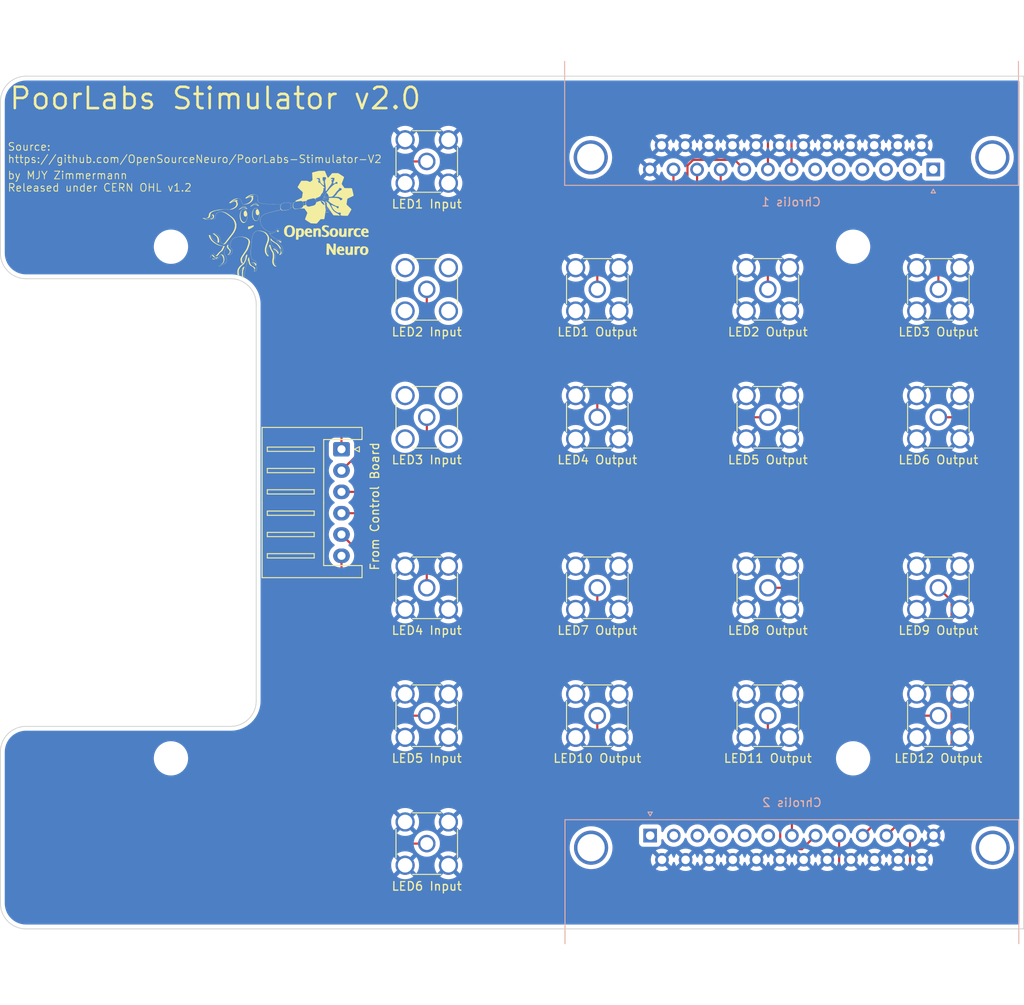
<source format=kicad_pcb>
(kicad_pcb (version 20211014) (generator pcbnew)
  (layers (0 "F.Cu" signal) (31 "B.Cu" signal) (34 "B.Paste" user) (35 "F.Paste" user) (36 "B.SilkS" user "B.Silkscreen") (37 "F.SilkS" user "F.Silkscreen") (38 "B.Mask" user) (39 "F.Mask" user) (44 "Edge.Cuts" user))
  (net 0 "")
  (net 1 "GNDREF")
  (net 4 "Net-(J21-Pad3)")
  (net 5 "Net-(J21-Pad4)")
  (net 6 "Net-(J21-Pad5)")
  (net 7 "Net-(J10-Pad1)")
  (net 8 "Net-(J11-Pad1)")
  (net 9 "Net-(J12-Pad1)")
  (net 10 "Net-(J13-Pad1)")
  (net 11 "Net-(J14-Pad1)")
  (net 12 "Net-(J15-Pad1)")
  (net 13 "Net-(J16-Pad1)")
  (net 14 "Net-(J17-Pad1)")
  (net 15 "Net-(J18-Pad1)")
  (net 28 "Net-(J1-Pad1)")
  (net 29 "Net-(J2-Pad1)")
  (net 30 "Net-(J21-Pad6)")
  (net 31 "Net-(J19-Pad7)")
  (net 32 "Net-(J19-Pad8)")
  (net 33 "Net-(J19-Pad9)")
  (footprint "Connector_Coaxial:SMA_Amphenol_132291_Vertical" (layer "F.Cu") (at 99.95 60.35)
    (fp_text reference "J1")
    (fp_text value "LED1 Input" (at 0 5) (layer "F.SilkS"))
    (pad "1" thru_hole circle (at 0 0) (size 2.05 2.05) (drill 1.5) (layers *.Cu *.Mask) (net 28 "Net-(J1-Pad1)"))
    (pad "2" thru_hole circle (at -2.54 -2.54) (size 2.25 2.25) (drill 1.7) (layers *.Cu *.Mask) (net 1 "GNDREF"))
    (pad "2" thru_hole circle (at -2.54 2.54) (size 2.25 2.25) (drill 1.7) (layers *.Cu *.Mask) (net 1 "GNDREF"))
    (pad "2" thru_hole circle (at 2.54 2.54) (size 2.25 2.25) (drill 1.7) (layers *.Cu *.Mask) (net 1 "GNDREF"))
    (pad "2" thru_hole circle (at 2.54 -2.54) (size 2.25 2.25) (drill 1.7) (layers *.Cu *.Mask) (net 1 "GNDREF"))
  )
  (footprint "Connector_Coaxial:SMA_Amphenol_132291_Vertical" (layer "F.Cu") (at 99.95 90.35)
    (fp_text reference "J3")
    (fp_text value "LED3 Input" (at 0 5) (layer "F.SilkS"))
    (pad "1" thru_hole circle (at 0 0) (size 2.05 2.05) (drill 1.5) (layers *.Cu *.Mask) (net 4 "Net-(J21-Pad3)"))
    (pad "2" thru_hole circle (at 2.54 -2.54) (size 2.25 2.25) (drill 1.7) (layers *.Cu *.Mask))
    (pad "2" thru_hole circle (at 2.54 2.54) (size 2.25 2.25) (drill 1.7) (layers *.Cu *.Mask))
    (pad "2" thru_hole circle (at -2.54 -2.54) (size 2.25 2.25) (drill 1.7) (layers *.Cu *.Mask))
    (pad "2" thru_hole circle (at -2.54 2.54) (size 2.25 2.25) (drill 1.7) (layers *.Cu *.Mask))
  )
  (footprint "Connector_Coaxial:SMA_Amphenol_132291_Vertical" (layer "F.Cu") (at 159.95 125.35)
    (fp_text reference "J13")
    (fp_text value "LED12 Output" (at 0 5) (layer "F.SilkS"))
    (pad "1" thru_hole circle (at 0 0) (size 2.05 2.05) (drill 1.5) (layers *.Cu *.Mask) (net 10 "Net-(J13-Pad1)"))
    (pad "2" thru_hole circle (at -2.54 -2.54) (size 2.25 2.25) (drill 1.7) (layers *.Cu *.Mask) (net 1 "GNDREF"))
    (pad "2" thru_hole circle (at 2.54 2.54) (size 2.25 2.25) (drill 1.7) (layers *.Cu *.Mask) (net 1 "GNDREF"))
    (pad "2" thru_hole circle (at -2.54 2.54) (size 2.25 2.25) (drill 1.7) (layers *.Cu *.Mask) (net 1 "GNDREF"))
    (pad "2" thru_hole circle (at 2.54 -2.54) (size 2.25 2.25) (drill 1.7) (layers *.Cu *.Mask) (net 1 "GNDREF"))
  )
  (footprint "MountingHole:MountingHole_3mm" (layer "F.Cu") (at 149.95 70.35)
    (fp_text reference "H2")
    (fp_text value "MountingHole")
    (pad "" np_thru_hole circle (at 0 0) (size 3 3) (drill 3) (layers *.Cu *.Mask))
  )
  (footprint "Connector_Coaxial:SMA_Amphenol_132291_Vertical" (layer "F.Cu") (at 159.95 75.35)
    (fp_text reference "J10")
    (fp_text value "LED3 Output" (at 0 5) (layer "F.SilkS"))
    (pad "1" thru_hole circle (at 0 0) (size 2.05 2.05) (drill 1.5) (layers *.Cu *.Mask) (net 7 "Net-(J10-Pad1)"))
    (pad "2" thru_hole circle (at -2.54 2.54) (size 2.25 2.25) (drill 1.7) (layers *.Cu *.Mask) (net 1 "GNDREF"))
    (pad "2" thru_hole circle (at 2.54 2.54) (size 2.25 2.25) (drill 1.7) (layers *.Cu *.Mask) (net 1 "GNDREF"))
    (pad "2" thru_hole circle (at 2.54 -2.54) (size 2.25 2.25) (drill 1.7) (layers *.Cu *.Mask) (net 1 "GNDREF"))
    (pad "2" thru_hole circle (at -2.54 -2.54) (size 2.25 2.25) (drill 1.7) (layers *.Cu *.Mask) (net 1 "GNDREF"))
  )
  (footprint "MountingHole:MountingHole_3mm" (layer "F.Cu") (at 69.95 130.35)
    (fp_text reference "H3")
    (fp_text value "MountingHole")
    (pad "" np_thru_hole circle (at 0 0) (size 3 3) (drill 3) (layers *.Cu *.Mask))
  )
  (footprint "Connector_Coaxial:SMA_Amphenol_132291_Vertical" (layer "F.Cu") (at 139.95 125.35)
    (fp_text reference "J14")
    (fp_text value "LED11 Output" (at 0 5) (layer "F.SilkS"))
    (pad "1" thru_hole circle (at 0 0) (size 2.05 2.05) (drill 1.5) (layers *.Cu *.Mask) (net 11 "Net-(J14-Pad1)"))
    (pad "2" thru_hole circle (at -2.54 -2.54) (size 2.25 2.25) (drill 1.7) (layers *.Cu *.Mask) (net 1 "GNDREF"))
    (pad "2" thru_hole circle (at -2.54 2.54) (size 2.25 2.25) (drill 1.7) (layers *.Cu *.Mask) (net 1 "GNDREF"))
    (pad "2" thru_hole circle (at 2.54 2.54) (size 2.25 2.25) (drill 1.7) (layers *.Cu *.Mask) (net 1 "GNDREF"))
    (pad "2" thru_hole circle (at 2.54 -2.54) (size 2.25 2.25) (drill 1.7) (layers *.Cu *.Mask) (net 1 "GNDREF"))
  )
  (footprint "Connector_Coaxial:SMA_Amphenol_132291_Vertical" (layer "F.Cu") (at 139.95 75.35)
    (fp_text reference "J11")
    (fp_text value "LED2 Output" (at 0 5) (layer "F.SilkS"))
    (pad "1" thru_hole circle (at 0 0) (size 2.05 2.05) (drill 1.5) (layers *.Cu *.Mask) (net 8 "Net-(J11-Pad1)"))
    (pad "2" thru_hole circle (at -2.54 2.54) (size 2.25 2.25) (drill 1.7) (layers *.Cu *.Mask) (net 1 "GNDREF"))
    (pad "2" thru_hole circle (at -2.54 -2.54) (size 2.25 2.25) (drill 1.7) (layers *.Cu *.Mask) (net 1 "GNDREF"))
    (pad "2" thru_hole circle (at 2.54 -2.54) (size 2.25 2.25) (drill 1.7) (layers *.Cu *.Mask) (net 1 "GNDREF"))
    (pad "2" thru_hole circle (at 2.54 2.54) (size 2.25 2.25) (drill 1.7) (layers *.Cu *.Mask) (net 1 "GNDREF"))
  )
  (footprint "Connector_Coaxial:SMA_Amphenol_132291_Vertical" (layer "F.Cu") (at 119.95 75.35)
    (fp_text reference "J12")
    (fp_text value "LED1 Output" (at 0 5) (layer "F.SilkS"))
    (pad "1" thru_hole circle (at 0 0) (size 2.05 2.05) (drill 1.5) (layers *.Cu *.Mask) (net 9 "Net-(J12-Pad1)"))
    (pad "2" thru_hole circle (at -2.54 2.54) (size 2.25 2.25) (drill 1.7) (layers *.Cu *.Mask) (net 1 "GNDREF"))
    (pad "2" thru_hole circle (at 2.54 -2.54) (size 2.25 2.25) (drill 1.7) (layers *.Cu *.Mask) (net 1 "GNDREF"))
    (pad "2" thru_hole circle (at 2.54 2.54) (size 2.25 2.25) (drill 1.7) (layers *.Cu *.Mask) (net 1 "GNDREF"))
    (pad "2" thru_hole circle (at -2.54 -2.54) (size 2.25 2.25) (drill 1.7) (layers *.Cu *.Mask) (net 1 "GNDREF"))
  )
  (footprint "Connector_Coaxial:SMA_Amphenol_132291_Vertical" (layer "F.Cu") (at 119.95 110.35)
    (fp_text reference "J18")
    (fp_text value "LED7 Output" (at 0 5) (layer "F.SilkS"))
    (pad "1" thru_hole circle (at 0 0) (size 2.05 2.05) (drill 1.5) (layers *.Cu *.Mask) (net 15 "Net-(J18-Pad1)"))
    (pad "2" thru_hole circle (at 2.54 2.54) (size 2.25 2.25) (drill 1.7) (layers *.Cu *.Mask) (net 1 "GNDREF"))
    (pad "2" thru_hole circle (at 2.54 -2.54) (size 2.25 2.25) (drill 1.7) (layers *.Cu *.Mask) (net 1 "GNDREF"))
    (pad "2" thru_hole circle (at -2.54 -2.54) (size 2.25 2.25) (drill 1.7) (layers *.Cu *.Mask) (net 1 "GNDREF"))
    (pad "2" thru_hole circle (at -2.54 2.54) (size 2.25 2.25) (drill 1.7) (layers *.Cu *.Mask) (net 1 "GNDREF"))
  )
  (footprint "Connector_Coaxial:SMA_Amphenol_132291_Vertical" (layer "F.Cu") (at 139.95 110.35)
    (fp_text reference "J17")
    (fp_text value "LED8 Output" (at 0 5) (layer "F.SilkS"))
    (pad "1" thru_hole circle (at 0 0) (size 2.05 2.05) (drill 1.5) (layers *.Cu *.Mask) (net 14 "Net-(J17-Pad1)"))
    (pad "2" thru_hole circle (at 2.54 2.54) (size 2.25 2.25) (drill 1.7) (layers *.Cu *.Mask) (net 1 "GNDREF"))
    (pad "2" thru_hole circle (at -2.54 2.54) (size 2.25 2.25) (drill 1.7) (layers *.Cu *.Mask) (net 1 "GNDREF"))
    (pad "2" thru_hole circle (at 2.54 -2.54) (size 2.25 2.25) (drill 1.7) (layers *.Cu *.Mask) (net 1 "GNDREF"))
    (pad "2" thru_hole circle (at -2.54 -2.54) (size 2.25 2.25) (drill 1.7) (layers *.Cu *.Mask) (net 1 "GNDREF"))
  )
  (footprint "Connector_Coaxial:SMA_Amphenol_132291_Vertical" (layer "F.Cu") (at 99.95 125.35)
    (fp_text reference "J5")
    (fp_text value "LED5 Input" (at 0 5) (layer "F.SilkS"))
    (pad "1" thru_hole circle (at 0 0) (size 2.05 2.05) (drill 1.5) (layers *.Cu *.Mask) (net 6 "Net-(J21-Pad5)"))
    (pad "2" thru_hole circle (at -2.54 2.54) (size 2.25 2.25) (drill 1.7) (layers *.Cu *.Mask) (net 1 "GNDREF"))
    (pad "2" thru_hole circle (at 2.54 2.54) (size 2.25 2.25) (drill 1.7) (layers *.Cu *.Mask) (net 1 "GNDREF"))
    (pad "2" thru_hole circle (at 2.54 -2.54) (size 2.25 2.25) (drill 1.7) (layers *.Cu *.Mask) (net 1 "GNDREF"))
    (pad "2" thru_hole circle (at -2.54 -2.54) (size 2.25 2.25) (drill 1.7) (layers *.Cu *.Mask) (net 1 "GNDREF"))
  )
  (footprint "Connector_Coaxial:SMA_Amphenol_132291_Vertical" (layer "F.Cu") (at 99.95 140.35)
    (fp_text reference "J6")
    (fp_text value "LED6 Input" (at 0 5) (layer "F.SilkS"))
    (pad "1" thru_hole circle (at 0 0) (size 2.05 2.05) (drill 1.5) (layers *.Cu *.Mask) (net 30 "Net-(J21-Pad6)"))
    (pad "2" thru_hole circle (at 2.54 -2.54) (size 2.25 2.25) (drill 1.7) (layers *.Cu *.Mask) (net 1 "GNDREF"))
    (pad "2" thru_hole circle (at -2.54 -2.54) (size 2.25 2.25) (drill 1.7) (layers *.Cu *.Mask) (net 1 "GNDREF"))
    (pad "2" thru_hole circle (at -2.54 2.54) (size 2.25 2.25) (drill 1.7) (layers *.Cu *.Mask) (net 1 "GNDREF"))
    (pad "2" thru_hole circle (at 2.54 2.54) (size 2.25 2.25) (drill 1.7) (layers *.Cu *.Mask) (net 1 "GNDREF"))
  )
  (footprint "Connector_Coaxial:SMA_Amphenol_132291_Vertical" (layer "F.Cu") (at 159.95 90.35)
    (fp_text reference "J7")
    (fp_text value "LED6 Output" (at 0 5) (layer "F.SilkS"))
    (pad "1" thru_hole circle (at 0 0) (size 2.05 2.05) (drill 1.5) (layers *.Cu *.Mask) (net 31 "Net-(J19-Pad7)"))
    (pad "2" thru_hole circle (at -2.54 2.54) (size 2.25 2.25) (drill 1.7) (layers *.Cu *.Mask) (net 1 "GNDREF"))
    (pad "2" thru_hole circle (at 2.54 -2.54) (size 2.25 2.25) (drill 1.7) (layers *.Cu *.Mask) (net 1 "GNDREF"))
    (pad "2" thru_hole circle (at 2.54 2.54) (size 2.25 2.25) (drill 1.7) (layers *.Cu *.Mask) (net 1 "GNDREF"))
    (pad "2" thru_hole circle (at -2.54 -2.54) (size 2.25 2.25) (drill 1.7) (layers *.Cu *.Mask) (net 1 "GNDREF"))
  )
  (footprint "Connector_Coaxial:SMA_Amphenol_132291_Vertical" (layer "F.Cu") (at 119.95 90.35)
    (fp_text reference "J9")
    (fp_text value "LED4 Output" (at 0 5) (layer "F.SilkS"))
    (pad "1" thru_hole circle (at 0 0) (size 2.05 2.05) (drill 1.5) (layers *.Cu *.Mask) (net 33 "Net-(J19-Pad9)"))
    (pad "2" thru_hole circle (at 2.54 -2.54) (size 2.25 2.25) (drill 1.7) (layers *.Cu *.Mask) (net 1 "GNDREF"))
    (pad "2" thru_hole circle (at 2.54 2.54) (size 2.25 2.25) (drill 1.7) (layers *.Cu *.Mask) (net 1 "GNDREF"))
    (pad "2" thru_hole circle (at -2.54 -2.54) (size 2.25 2.25) (drill 1.7) (layers *.Cu *.Mask) (net 1 "GNDREF"))
    (pad "2" thru_hole circle (at -2.54 2.54) (size 2.25 2.25) (drill 1.7) (layers *.Cu *.Mask) (net 1 "GNDREF"))
  )
  (footprint "Connector_Coaxial:SMA_Amphenol_132291_Vertical" (layer "F.Cu") (at 99.95 75.35)
    (fp_text reference "J2")
    (fp_text value "LED2 Input" (at 0 5) (layer "F.SilkS"))
    (pad "1" thru_hole circle (at 0 0) (size 2.05 2.05) (drill 1.5) (layers *.Cu *.Mask) (net 29 "Net-(J2-Pad1)"))
    (pad "2" thru_hole circle (at -2.54 2.54) (size 2.25 2.25) (drill 1.7) (layers *.Cu *.Mask))
    (pad "2" thru_hole circle (at -2.54 -2.54) (size 2.25 2.25) (drill 1.7) (layers *.Cu *.Mask))
    (pad "2" thru_hole circle (at 2.54 -2.54) (size 2.25 2.25) (drill 1.7) (layers *.Cu *.Mask))
    (pad "2" thru_hole circle (at 2.54 2.54) (size 2.25 2.25) (drill 1.7) (layers *.Cu *.Mask))
  )
  (footprint "Maxime:Spiky 20" (layer "F.Cu") (at 83.139525 67.732943)
    (fp_text reference "" (at 0 0) (layer "F.SilkS") (effects (font (size 1.524 1.524) (thickness 0.3))))
    (fp_text value "LOGO" hide)
  )
  (footprint "Connector_Coaxial:SMA_Amphenol_132291_Vertical" (layer "F.Cu") (at 159.95 110.35)
    (fp_text reference "J16")
    (fp_text value "LED9 Output" (at 0 5) (layer "F.SilkS"))
    (pad "1" thru_hole circle (at 0 0) (size 2.05 2.05) (drill 1.5) (layers *.Cu *.Mask) (net 13 "Net-(J16-Pad1)"))
    (pad "2" thru_hole circle (at -2.54 2.54) (size 2.25 2.25) (drill 1.7) (layers *.Cu *.Mask) (net 1 "GNDREF"))
    (pad "2" thru_hole circle (at 2.54 2.54) (size 2.25 2.25) (drill 1.7) (layers *.Cu *.Mask) (net 1 "GNDREF"))
    (pad "2" thru_hole circle (at 2.54 -2.54) (size 2.25 2.25) (drill 1.7) (layers *.Cu *.Mask) (net 1 "GNDREF"))
    (pad "2" thru_hole circle (at -2.54 -2.54) (size 2.25 2.25) (drill 1.7) (layers *.Cu *.Mask) (net 1 "GNDREF"))
  )
  (footprint "Connector_Coaxial:SMA_Amphenol_132291_Vertical" (layer "F.Cu") (at 139.95 90.35)
    (fp_text reference "J8")
    (fp_text value "LED5 Output" (at 0 5) (layer "F.SilkS"))
    (pad "1" thru_hole circle (at 0 0) (size 2.05 2.05) (drill 1.5) (layers *.Cu *.Mask) (net 32 "Net-(J19-Pad8)"))
    (pad "2" thru_hole circle (at 2.54 2.54) (size 2.25 2.25) (drill 1.7) (layers *.Cu *.Mask) (net 1 "GNDREF"))
    (pad "2" thru_hole circle (at -2.54 2.54) (size 2.25 2.25) (drill 1.7) (layers *.Cu *.Mask) (net 1 "GNDREF"))
    (pad "2" thru_hole circle (at -2.54 -2.54) (size 2.25 2.25) (drill 1.7) (layers *.Cu *.Mask) (net 1 "GNDREF"))
    (pad "2" thru_hole circle (at 2.54 -2.54) (size 2.25 2.25) (drill 1.7) (layers *.Cu *.Mask) (net 1 "GNDREF"))
  )
  (footprint "Connector_JST:JST_XH_S6B-XH-A_1x06_P2.50mm_Horizontal" (layer "F.Cu") (at 89.95 94.1 -90)
    (fp_text reference "J21")
    (fp_text value "From Control Board" (at 6.7 -3.9 -90) (layer "F.SilkS"))
    (pad "1" thru_hole roundrect (at 0 0 270) (size 1.7 1.95) (drill 0.95) (layers *.Cu *.Mask) (roundrect_rratio 0.1470588235) (net 28 "Net-(J1-Pad1)"))
    (pad "2" thru_hole oval (at 2.5 0 270) (size 1.7 1.95) (drill 0.95) (layers *.Cu *.Mask) (net 29 "Net-(J2-Pad1)"))
    (pad "3" thru_hole oval (at 5 0 270) (size 1.7 1.95) (drill 0.95) (layers *.Cu *.Mask) (net 4 "Net-(J21-Pad3)"))
    (pad "4" thru_hole oval (at 7.5 0 270) (size 1.7 1.95) (drill 0.95) (layers *.Cu *.Mask) (net 5 "Net-(J21-Pad4)"))
    (pad "5" thru_hole oval (at 10 0 270) (size 1.7 1.95) (drill 0.95) (layers *.Cu *.Mask) (net 6 "Net-(J21-Pad5)"))
    (pad "6" thru_hole oval (at 12.5 0 270) (size 1.7 1.95) (drill 0.95) (layers *.Cu *.Mask) (net 30 "Net-(J21-Pad6)"))
  )
  (footprint "MountingHole:MountingHole_3mm" (layer "F.Cu") (at 149.95 130.35)
    (fp_text reference "H4")
    (fp_text value "MountingHole")
    (pad "" np_thru_hole circle (at 0 0) (size 3 3) (drill 3) (layers *.Cu *.Mask))
  )
  (footprint "MountingHole:MountingHole_3mm" (layer "F.Cu") (at 69.95 70.35)
    (fp_text reference "H1")
    (fp_text value "MountingHole")
    (pad "" np_thru_hole circle (at 0 0) (size 3 3) (drill 3) (layers *.Cu *.Mask))
  )
  (footprint "Connector_Coaxial:SMA_Amphenol_132291_Vertical" (layer "F.Cu") (at 119.95 125.35)
    (fp_text reference "J15")
    (fp_text value "LED10 Output" (at 0 5) (layer "F.SilkS"))
    (pad "1" thru_hole circle (at 0 0) (size 2.05 2.05) (drill 1.5) (layers *.Cu *.Mask) (net 12 "Net-(J15-Pad1)"))
    (pad "2" thru_hole circle (at -2.54 2.54) (size 2.25 2.25) (drill 1.7) (layers *.Cu *.Mask) (net 1 "GNDREF"))
    (pad "2" thru_hole circle (at 2.54 2.54) (size 2.25 2.25) (drill 1.7) (layers *.Cu *.Mask) (net 1 "GNDREF"))
    (pad "2" thru_hole circle (at 2.54 -2.54) (size 2.25 2.25) (drill 1.7) (layers *.Cu *.Mask) (net 1 "GNDREF"))
    (pad "2" thru_hole circle (at -2.54 -2.54) (size 2.25 2.25) (drill 1.7) (layers *.Cu *.Mask) (net 1 "GNDREF"))
  )
  (footprint "Connector_Coaxial:SMA_Amphenol_132291_Vertical" (layer "F.Cu") (at 99.95 110.35)
    (fp_text reference "J4")
    (fp_text value "LED4 Input" (at 0 5) (layer "F.SilkS"))
    (pad "1" thru_hole circle (at 0 0) (size 2.05 2.05) (drill 1.5) (layers *.Cu *.Mask) (net 5 "Net-(J21-Pad4)"))
    (pad "2" thru_hole circle (at -2.54 -2.54) (size 2.25 2.25) (drill 1.7) (layers *.Cu *.Mask) (net 1 "GNDREF"))
    (pad "2" thru_hole circle (at 2.54 -2.54) (size 2.25 2.25) (drill 1.7) (layers *.Cu *.Mask) (net 1 "GNDREF"))
    (pad "2" thru_hole circle (at -2.54 2.54) (size 2.25 2.25) (drill 1.7) (layers *.Cu *.Mask) (net 1 "GNDREF"))
    (pad "2" thru_hole circle (at 2.54 2.54) (size 2.25 2.25) (drill 1.7) (layers *.Cu *.Mask) (net 1 "GNDREF"))
  )
  (footprint "Connector_Dsub:DSUB-25_Female_Horizontal_P2.77x2.84mm_EdgePinOffset9.90mm_Housed_MountingHolesOffset11.32mm" (layer "B.Cu") (at 159.35 61.29)
    (fp_text reference "J19")
    (fp_text value "Chrolis 1" (at -16.675 3.819669) (layer "B.SilkS") (effects (justify mirror)))
    (pad "0" thru_hole circle (at 6.93 -1.42) (size 4 4) (drill 3.2) (layers *.Cu *.Mask))
    (pad "0" thru_hole circle (at -40.17 -1.42) (size 4 4) (drill 3.2) (layers *.Cu *.Mask))
    (pad "1" thru_hole rect (at 0 0) (size 1.6 1.6) (drill 1) (layers *.Cu *.Mask))
    (pad "2" thru_hole circle (at -2.77 0) (size 1.6 1.6) (drill 1) (layers *.Cu *.Mask))
    (pad "3" thru_hole circle (at -5.54 0) (size 1.6 1.6) (drill 1) (layers *.Cu *.Mask))
    (pad "4" thru_hole circle (at -8.31 0) (size 1.6 1.6) (drill 1) (layers *.Cu *.Mask))
    (pad "5" thru_hole circle (at -11.08 0) (size 1.6 1.6) (drill 1) (layers *.Cu *.Mask))
    (pad "6" thru_hole circle (at -13.85 0) (size 1.6 1.6) (drill 1) (layers *.Cu *.Mask))
    (pad "7" thru_hole circle (at -16.62 0) (size 1.6 1.6) (drill 1) (layers *.Cu *.Mask) (net 31 "Net-(J19-Pad7)"))
    (pad "8" thru_hole circle (at -19.39 0) (size 1.6 1.6) (drill 1) (layers *.Cu *.Mask) (net 32 "Net-(J19-Pad8)"))
    (pad "9" thru_hole circle (at -22.16 0) (size 1.6 1.6) (drill 1) (layers *.Cu *.Mask) (net 33 "Net-(J19-Pad9)"))
    (pad "10" thru_hole circle (at -24.93 0) (size 1.6 1.6) (drill 1) (layers *.Cu *.Mask) (net 7 "Net-(J10-Pad1)"))
    (pad "11" thru_hole circle (at -27.7 0) (size 1.6 1.6) (drill 1) (layers *.Cu *.Mask) (net 8 "Net-(J11-Pad1)"))
    (pad "12" thru_hole circle (at -30.47 0) (size 1.6 1.6) (drill 1) (layers *.Cu *.Mask) (net 9 "Net-(J12-Pad1)"))
    (pad "13" thru_hole circle (at -33.24 0) (size 1.6 1.6) (drill 1) (layers *.Cu *.Mask) (net 1 "GNDREF"))
    (pad "14" thru_hole circle (at -1.385 -2.84) (size 1.6 1.6) (drill 1) (layers *.Cu *.Mask) (net 1 "GNDREF"))
    (pad "15" thru_hole circle (at -4.155 -2.84) (size 1.6 1.6) (drill 1) (layers *.Cu *.Mask) (net 1 "GNDREF"))
    (pad "16" thru_hole circle (at -6.925 -2.84) (size 1.6 1.6) (drill 1) (layers *.Cu *.Mask) (net 1 "GNDREF"))
    (pad "17" thru_hole circle (at -9.695 -2.84) (size 1.6 1.6) (drill 1) (layers *.Cu *.Mask) (net 1 "GNDREF"))
    (pad "18" thru_hole circle (at -12.465 -2.84) (size 1.6 1.6) (drill 1) (layers *.Cu *.Mask) (net 1 "GNDREF"))
    (pad "19" thru_hole circle (at -15.235 -2.84) (size 1.6 1.6) (drill 1) (layers *.Cu *.Mask) (net 1 "GNDREF"))
    (pad "20" thru_hole circle (at -18.005 -2.84) (size 1.6 1.6) (drill 1) (layers *.Cu *.Mask) (net 1 "GNDREF"))
    (pad "21" thru_hole circle (at -20.775 -2.84) (size 1.6 1.6) (drill 1) (layers *.Cu *.Mask) (net 1 "GNDREF"))
    (pad "22" thru_hole circle (at -23.545 -2.84) (size 1.6 1.6) (drill 1) (layers *.Cu *.Mask) (net 1 "GNDREF"))
    (pad "23" thru_hole circle (at -26.315 -2.84) (size 1.6 1.6) (drill 1) (layers *.Cu *.Mask) (net 1 "GNDREF"))
    (pad "24" thru_hole circle (at -29.085 -2.84) (size 1.6 1.6) (drill 1) (layers *.Cu *.Mask) (net 1 "GNDREF"))
    (pad "25" thru_hole circle (at -31.855 -2.84) (size 1.6 1.6) (drill 1) (layers *.Cu *.Mask) (net 1 "GNDREF"))
  )
  (footprint "Connector_Dsub:DSUB-25_Female_Horizontal_P2.77x2.84mm_EdgePinOffset9.90mm_Housed_MountingHolesOffset11.32mm" (layer "B.Cu") (at 126.15 139.41 180)
    (fp_text reference "J20")
    (fp_text value "Chrolis 2" (at -16.625 3.869669) (layer "B.SilkS") (effects (justify mirror)))
    (pad "0" thru_hole circle (at -40.17 -1.42 180) (size 4 4) (drill 3.2) (layers *.Cu *.Mask))
    (pad "0" thru_hole circle (at 6.93 -1.42 180) (size 4 4) (drill 3.2) (layers *.Cu *.Mask))
    (pad "1" thru_hole rect (at 0 0 180) (size 1.6 1.6) (drill 1) (layers *.Cu *.Mask))
    (pad "2" thru_hole circle (at -2.77 0 180) (size 1.6 1.6) (drill 1) (layers *.Cu *.Mask))
    (pad "3" thru_hole circle (at -5.54 0 180) (size 1.6 1.6) (drill 1) (layers *.Cu *.Mask))
    (pad "4" thru_hole circle (at -8.31 0 180) (size 1.6 1.6) (drill 1) (layers *.Cu *.Mask))
    (pad "5" thru_hole circle (at -11.08 0 180) (size 1.6 1.6) (drill 1) (layers *.Cu *.Mask))
    (pad "6" thru_hole circle (at -13.85 0 180) (size 1.6 1.6) (drill 1) (layers *.Cu *.Mask))
    (pad "7" thru_hole circle (at -16.62 0 180) (size 1.6 1.6) (drill 1) (layers *.Cu *.Mask) (net 10 "Net-(J13-Pad1)"))
    (pad "8" thru_hole circle (at -19.39 0 180) (size 1.6 1.6) (drill 1) (layers *.Cu *.Mask) (net 11 "Net-(J14-Pad1)"))
    (pad "9" thru_hole circle (at -22.16 0 180) (size 1.6 1.6) (drill 1) (layers *.Cu *.Mask) (net 12 "Net-(J15-Pad1)"))
    (pad "10" thru_hole circle (at -24.93 0 180) (size 1.6 1.6) (drill 1) (layers *.Cu *.Mask) (net 13 "Net-(J16-Pad1)"))
    (pad "11" thru_hole circle (at -27.7 0 180) (size 1.6 1.6) (drill 1) (layers *.Cu *.Mask) (net 14 "Net-(J17-Pad1)"))
    (pad "12" thru_hole circle (at -30.47 0 180) (size 1.6 1.6) (drill 1) (layers *.Cu *.Mask) (net 15 "Net-(J18-Pad1)"))
    (pad "13" thru_hole circle (at -33.24 0 180) (size 1.6 1.6) (drill 1) (layers *.Cu *.Mask) (net 1 "GNDREF"))
    (pad "14" thru_hole circle (at -1.385 -2.84 180) (size 1.6 1.6) (drill 1) (layers *.Cu *.Mask) (net 1 "GNDREF"))
    (pad "15" thru_hole circle (at -4.155 -2.84 180) (size 1.6 1.6) (drill 1) (layers *.Cu *.Mask) (net 1 "GNDREF"))
    (pad "16" thru_hole circle (at -6.925 -2.84 180) (size 1.6 1.6) (drill 1) (layers *.Cu *.Mask) (net 1 "GNDREF"))
    (pad "17" thru_hole circle (at -9.695 -2.84 180) (size 1.6 1.6) (drill 1) (layers *.Cu *.Mask) (net 1 "GNDREF"))
    (pad "18" thru_hole circle (at -12.465 -2.84 180) (size 1.6 1.6) (drill 1) (layers *.Cu *.Mask) (net 1 "GNDREF"))
    (pad "19" thru_hole circle (at -15.235 -2.84 180) (size 1.6 1.6) (drill 1) (layers *.Cu *.Mask) (net 1 "GNDREF"))
    (pad "20" thru_hole circle (at -18.005 -2.84 180) (size 1.6 1.6) (drill 1) (layers *.Cu *.Mask) (net 1 "GNDREF"))
    (pad "21" thru_hole circle (at -20.775 -2.84 180) (size 1.6 1.6) (drill 1) (layers *.Cu *.Mask) (net 1 "GNDREF"))
    (pad "22" thru_hole circle (at -23.545 -2.84 180) (size 1.6 1.6) (drill 1) (layers *.Cu *.Mask) (net 1 "GNDREF"))
    (pad "23" thru_hole circle (at -26.315 -2.84 180) (size 1.6 1.6) (drill 1) (layers *.Cu *.Mask) (net 1 "GNDREF"))
    (pad "24" thru_hole circle (at -29.085 -2.84 180) (size 1.6 1.6) (drill 1) (layers *.Cu *.Mask) (net 1 "GNDREF"))
    (pad "25" thru_hole circle (at -31.855 -2.84 180) (size 1.6 1.6) (drill 1) (layers *.Cu *.Mask) (net 1 "GNDREF"))
  )
  (gr_line (start 76.95 126.6) (end 52.95 126.6) (layer "Edge.Cuts") (width 0.1))
  (gr_line (start 169.95 50.35) (end 169.95 150.35) (layer "Edge.Cuts") (width 0.1))
  (gr_arc (start 49.95 129.6) (mid 50.82868 127.47868) (end 52.95 126.6) (layer "Edge.Cuts") (width 0.1))
  (gr_line (start 76.95 74.1) (end 52.95 74.1) (layer "Edge.Cuts") (width 0.1))
  (gr_arc (start 76.95 74.1) (mid 79.07132 74.97868) (end 79.95 77.1) (layer "Edge.Cuts") (width 0.1))
  (gr_line (start 169.95 150.35) (end 52.95 150.35) (layer "Edge.Cuts") (width 0.1))
  (gr_line (start 79.95 77.1) (end 79.95 123.6) (layer "Edge.Cuts") (width 0.1))
  (gr_line (start 49.95 129.6) (end 49.95 147.35) (layer "Edge.Cuts") (width 0.1))
  (gr_arc (start 49.95 53.35) (mid 50.82868 51.22868) (end 52.95 50.35) (layer "Edge.Cuts") (width 0.1))
  (gr_arc (start 79.95 123.6) (mid 79.07132 125.72132) (end 76.95 126.6) (layer "Edge.Cuts") (width 0.1))
  (gr_line (start 52.95 50.35) (end 169.95 50.35) (layer "Edge.Cuts") (width 0.1))
  (gr_arc (start 52.95 74.1) (mid 50.82868 73.22132) (end 49.95 71.1) (layer "Edge.Cuts") (width 0.1))
  (gr_arc (start 52.95 150.35) (mid 50.82868 149.47132) (end 49.95 147.35) (layer "Edge.Cuts") (width 0.1))
  (gr_line (start 49.95 71.1) (end 49.95 53.35) (layer "Edge.Cuts") (width 0.1))
  (gr_text "PoorLabs Stimulator v2.0" (at 75.15 52.95) (layer "F.SilkS") (effects (font (size 2.5 2.5) (thickness 0.3))))
  (gr_text "by MJY Zimmermann\nReleased under CERN OHL v1.2" (at 50.75 62.7) (layer "F.SilkS") (effects (font (size 0.9 0.9) (thickness 0.1)) (justify left)))
  (gr_text "Source:\nhttps://github.com/OpenSourceNeuro/PoorLabs-Stimulator-V2" (at 50.75 59.35) (layer "F.SilkS") (effects (font (size 0.9 0.9) (thickness 0.1)) (justify left)))
  (segment (start 99.96 96.39) (end 99.96 90.35) (width 0.25) (layer "F.Cu") (net 4))
  (segment (start 97.25 99.1) (end 99.96 96.39) (width 0.25) (layer "F.Cu") (net 4))
  (segment (start 89.95 99.1) (end 97.25 99.1) (width 0.25) (layer "F.Cu") (net 4))
  (segment (start 99.95 104.45) (end 99.95 110.35) (width 0.25) (layer "F.Cu") (net 5))
  (segment (start 97.1 101.6) (end 99.95 104.45) (width 0.25) (layer "F.Cu") (net 5))
  (segment (start 89.95 101.6) (end 97.1 101.6) (width 0.25) (layer "F.Cu") (net 5))
  (segment (start 92.6 124.05) (end 93.9 125.35) (width 0.25) (layer "F.Cu") (net 6))
  (segment (start 93.9 125.35) (end 99.95 125.35) (width 0.25) (layer "F.Cu") (net 6))
  (segment (start 89.95 104.1) (end 92.6 106.75) (width 0.25) (layer "F.Cu") (net 6))
  (segment (start 92.6 106.75) (end 92.6 124.05) (width 0.25) (layer "F.Cu") (net 6))
  (segment (start 134.42 64.07) (end 134.42 61.29) (width 0.25) (layer "F.Cu") (net 7))
  (segment (start 136.4 66.05) (end 134.42 64.07) (width 0.25) (layer "F.Cu") (net 7))
  (segment (start 159.95 75.35) (end 159.95 71.4) (width 0.25) (layer "F.Cu") (net 7))
  (segment (start 159.95 71.4) (end 154.6 66.05) (width 0.25) (layer "F.Cu") (net 7))
  (segment (start 154.6 66.05) (end 136.4 66.05) (width 0.25) (layer "F.Cu") (net 7))
  (segment (start 139.95 72.946527) (end 131.65 64.646527) (width 0.25) (layer "F.Cu") (net 8))
  (segment (start 139.95 75.35) (end 139.95 72.946527) (width 0.25) (layer "F.Cu") (net 8))
  (segment (start 131.65 64.646527) (end 131.65 61.29) (width 0.25) (layer "F.Cu") (net 8))
  (segment (start 119.95 75.35) (end 119.95 72.946527) (width 0.25) (layer "F.Cu") (net 9))
  (segment (start 119.95 72.946527) (end 128.88 64.016527) (width 0.25) (layer "F.Cu") (net 9))
  (segment (start 128.88 64.016527) (end 128.88 61.29) (width 0.25) (layer "F.Cu") (net 9))
  (segment (start 149 125.35) (end 159.95 125.35) (width 0.25) (layer "F.Cu") (net 10))
  (segment (start 142.77 139.41) (end 142.77 131.58) (width 0.25) (layer "F.Cu") (net 10))
  (segment (start 142.77 131.58) (end 149 125.35) (width 0.25) (layer "F.Cu") (net 10))
  (segment (start 141.998722 140.75) (end 142 140.75) (width 0.25) (layer "F.Cu") (net 11))
  (segment (start 139.95 125.35) (end 139.95 133.25) (width 0.25) (layer "F.Cu") (net 11))
  (segment (start 143.95 141) (end 145.54 139.41) (width 0.25) (layer "F.Cu") (net 11))
  (segment (start 141.399361 134.699361) (end 141.399361 140.150639) (width 0.25) (layer "F.Cu") (net 11))
  (segment (start 139.95 133.25) (end 141.399361 134.699361) (width 0.25) (layer "F.Cu") (net 11))
  (segment (start 141.399361 140.150639) (end 141.998722 140.75) (width 0.25) (layer "F.Cu") (net 11))
  (segment (start 142 140.75) (end 142.25 141) (width 0.25) (layer "F.Cu") (net 11))
  (segment (start 142.25 141) (end 143.95 141) (width 0.25) (layer "F.Cu") (net 11))
  (segment (start 119.95 125.35) (end 119.95 137.1) (width 0.25) (layer "F.Cu") (net 12))
  (segment (start 148.31 143.74) (end 148.31 139.41) (width 0.25) (layer "F.Cu") (net 12))
  (segment (start 147.65 144.4) (end 148.31 143.74) (width 0.25) (layer "F.Cu") (net 12))
  (segment (start 127.25 144.4) (end 147.65 144.4) (width 0.25) (layer "F.Cu") (net 12))
  (segment (start 119.95 137.1) (end 127.25 144.4) (width 0.25) (layer "F.Cu") (net 12))
  (segment (start 151.08 139.41) (end 161.299511 129.190489) (width 0.25) (layer "F.Cu") (net 13))
  (segment (start 161.5 129) (end 161.5 111.9) (width 0.25) (layer "F.Cu") (net 13))
  (segment (start 161.5 111.9) (end 159.95 110.35) (width 0.25) (layer "F.Cu") (net 13))
  (segment (start 161.299511 129.190489) (end 161.309511 129.190489) (width 0.25) (layer "F.Cu") (net 13))
  (segment (start 161.309511 129.190489) (end 161.5 129) (width 0.25) (layer "F.Cu") (net 13))
  (segment (start 154.85 103.55) (end 164.2 103.55) (width 0.25) (layer "F.Cu") (net 14))
  (segment (start 164.2 103.55) (end 167.95 107.3) (width 0.25) (layer "F.Cu") (net 14))
  (segment (start 162.8 136.4) (end 156.86 136.4) (width 0.25) (layer "F.Cu") (net 14))
  (segment (start 167.95 107.3) (end 167.95 131.25) (width 0.25) (layer "F.Cu") (net 14))
  (segment (start 148.05 110.35) (end 154.85 103.55) (width 0.25) (layer "F.Cu") (net 14))
  (segment (start 167.95 131.25) (end 162.8 136.4) (width 0.25) (layer "F.Cu") (net 14))
  (segment (start 139.95 110.35) (end 148.05 110.35) (width 0.25) (layer "F.Cu") (net 14))
  (segment (start 156.86 136.4) (end 153.85 139.41) (width 0.25) (layer "F.Cu") (net 14))
  (segment (start 153.8 147.85) (end 121.55 147.85) (width 0.25) (layer "F.Cu") (net 15))
  (segment (start 156.62 145.03) (end 153.8 147.85) (width 0.25) (layer "F.Cu") (net 15))
  (segment (start 110.55 136.85) (end 110.55 124.85) (width 0.25) (layer "F.Cu") (net 15))
  (segment (start 156.62 139.41) (end 156.62 145.03) (width 0.25) (layer "F.Cu") (net 15))
  (segment (start 110.55 124.85) (end 119.95 115.45) (width 0.25) (layer "F.Cu") (net 15))
  (segment (start 121.55 147.85) (end 110.55 136.85) (width 0.25) (layer "F.Cu") (net 15))
  (segment (start 119.95 115.45) (end 119.95 110.35) (width 0.25) (layer "F.Cu") (net 15))
  (segment (start 89.95 94.1) (end 89.95 65.3) (width 0.25) (layer "F.Cu") (net 28))
  (segment (start 94.9 60.35) (end 99.95 60.35) (width 0.25) (layer "F.Cu") (net 28))
  (segment (start 89.95 65.3) (end 94.9 60.35) (width 0.25) (layer "F.Cu") (net 28))
  (segment (start 99.95 78.7) (end 99.95 75.36) (width 0.25) (layer "F.Cu") (net 29))
  (segment (start 94.05 92.5) (end 94.05 84.6) (width 0.25) (layer "F.Cu") (net 29))
  (segment (start 94.05 84.6) (end 99.95 78.7) (width 0.25) (layer "F.Cu") (net 29))
  (segment (start 89.95 96.6) (end 94.05 92.5) (width 0.25) (layer "F.Cu") (net 29))
  (segment (start 89.95 137.1) (end 93.2 140.35) (width 0.25) (layer "F.Cu") (net 30))
  (segment (start 89.95 106.6) (end 89.95 137.1) (width 0.25) (layer "F.Cu") (net 30))
  (segment (start 93.2 140.35) (end 99.95 140.35) (width 0.25) (layer "F.Cu") (net 30))
  (segment (start 165.35 90.35) (end 159.95 90.35) (width 0.25) (layer "F.Cu") (net 31))
  (segment (start 142.73 57.17) (end 144.65 55.25) (width 0.25) (layer "F.Cu") (net 31))
  (segment (start 142.73 61.29) (end 142.73 57.17) (width 0.25) (layer "F.Cu") (net 31))
  (segment (start 163.3 67.1) (end 168.3 72.1) (width 0.25) (layer "F.Cu") (net 31))
  (segment (start 144.65 55.25) (end 159.3 55.25) (width 0.25) (layer "F.Cu") (net 31))
  (segment (start 168.3 72.1) (end 168.3 87.4) (width 0.25) (layer "F.Cu") (net 31))
  (segment (start 163.3 59.25) (end 163.3 67.1) (width 0.25) (layer "F.Cu") (net 31))
  (segment (start 168.3 87.4) (end 165.35 90.35) (width 0.25) (layer "F.Cu") (net 31))
  (segment (start 159.3 55.25) (end 163.3 59.25) (width 0.25) (layer "F.Cu") (net 31))
  (segment (start 132.15 90.35) (end 124.2 98.3) (width 0.25) (layer "F.Cu") (net 32))
  (segment (start 124.2 98.3) (end 113.25 98.3) (width 0.25) (layer "F.Cu") (net 32))
  (segment (start 137.6 55) (end 139.96 57.36) (width 0.25) (layer "F.Cu") (net 32))
  (segment (start 118.9 55) (end 137.6 55) (width 0.25) (layer "F.Cu") (net 32))
  (segment (start 139.95 90.35) (end 132.15 90.35) (width 0.25) (layer "F.Cu") (net 32))
  (segment (start 113.25 98.3) (end 109.5 94.55) (width 0.25) (layer "F.Cu") (net 32))
  (segment (start 109.5 64.4) (end 118.9 55) (width 0.25) (layer "F.Cu") (net 32))
  (segment (start 109.5 94.55) (end 109.5 64.4) (width 0.25) (layer "F.Cu") (net 32))
  (segment (start 139.96 57.36) (end 139.96 61.29) (width 0.25) (layer "F.Cu") (net 32))
  (segment (start 119.95 90.34) (end 119.95 86.45) (width 0.25) (layer "F.Cu") (net 33))
  (segment (start 130.525489 75.874511) (end 130.525489 60.824211) (width 0.25) (layer "F.Cu") (net 33))
  (segment (start 131.184211 60.165489) (end 136.065489 60.165489) (width 0.25) (layer "F.Cu") (net 33))
  (segment (start 130.525489 60.824211) (end 131.184211 60.165489) (width 0.25) (layer "F.Cu") (net 33))
  (segment (start 136.065489 60.165489) (end 137.19 61.29) (width 0.25) (layer "F.Cu") (net 33))
  (segment (start 119.95 86.45) (end 130.525489 75.874511) (width 0.25) (layer "F.Cu") (net 33))
  (zone (net 1) (net_name "GNDREF") (layer "B.Cu") (connect_pads (clearance 0.508)) (min_thickness 0.254) (fill yes (thermal_gap 0.508) (thermal_bridge_width 0.508))
    (polygon (pts (xy 169.95 150.35) (xy 49.95 150.35) (xy 49.95 50.35) (xy 169.95 50.35)))
  )
)
</source>
